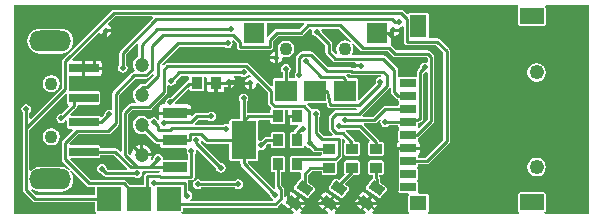
<source format=gtl>
G04 Layer_Physical_Order=1*
G04 Layer_Color=255*
%FSLAX44Y44*%
%MOMM*%
G71*
G01*
G75*
%ADD10R,1.0000X0.9000*%
G04:AMPARAMS|DCode=11|XSize=0.8mm|YSize=1.2mm|CornerRadius=0mm|HoleSize=0mm|Usage=FLASHONLY|Rotation=235.000|XOffset=0mm|YOffset=0mm|HoleType=Round|Shape=Rectangle|*
%AMROTATEDRECTD11*
4,1,4,-0.2621,0.6718,0.7209,-0.0165,0.2621,-0.6718,-0.7209,0.0165,-0.2621,0.6718,0.0*
%
%ADD11ROTATEDRECTD11*%

%ADD12R,0.9000X1.0000*%
%ADD13R,0.9500X1.0000*%
%ADD14R,2.1500X3.2500*%
%ADD15R,2.1500X0.9500*%
%ADD16R,1.9000X1.8000*%
%ADD17R,1.8000X1.7000*%
%ADD18R,2.0000X2.0000*%
%ADD19R,2.5001X0.8001*%
%ADD20R,1.4001X0.7000*%
%ADD21R,1.4001X1.9500*%
%ADD22R,1.4001X1.2799*%
%ADD23R,2.0000X1.4001*%
%ADD24C,0.2540*%
%ADD25C,1.1000*%
%ADD26C,1.2002*%
%ADD27O,3.5560X1.7780*%
%ADD28C,1.1001*%
%ADD29C,0.8001*%
%ADD30C,1.2499*%
%ADD31C,0.5000*%
G36*
X328751Y513760D02*
X328802Y513505D01*
X321828Y506531D01*
X318531D01*
X317441Y506314D01*
X316517Y505696D01*
X315899Y504772D01*
X315718Y503859D01*
X314736Y503453D01*
X313165Y502247D01*
X311958Y500675D01*
X311200Y498844D01*
X310942Y496880D01*
X311200Y494916D01*
X311958Y493085D01*
X313165Y491513D01*
X313785Y491037D01*
X313354Y489767D01*
X309880D01*
X309880Y489767D01*
X308790Y489550D01*
X307866Y488932D01*
X307866Y488932D01*
X302532Y483598D01*
X301914Y482674D01*
X301697Y481584D01*
X301697Y481584D01*
Y449227D01*
X300524Y448741D01*
X298382Y450883D01*
X297457Y451501D01*
X296367Y451718D01*
X296367Y451717D01*
X283670D01*
Y452869D01*
X283186Y454036D01*
X282020Y454519D01*
X257906D01*
X257380Y455789D01*
X265340Y463749D01*
X290335D01*
X290335Y463749D01*
X291425Y463966D01*
X292349Y464584D01*
X298686Y470921D01*
X298686Y470921D01*
X299304Y471845D01*
X299521Y472935D01*
Y496660D01*
X313497Y510636D01*
X322651D01*
X322651Y510636D01*
X323741Y510853D01*
X324665Y511470D01*
X327373Y514178D01*
X328751Y513760D01*
D02*
G37*
G36*
X371937Y456456D02*
X371937Y456456D01*
X372861Y455838D01*
X373951Y455621D01*
X373951Y455621D01*
X392521D01*
Y442220D01*
X393004Y441054D01*
X394170Y440570D01*
X402071D01*
Y438868D01*
X402071Y438868D01*
X402288Y437778D01*
X402906Y436853D01*
X427201Y412558D01*
X427189Y412496D01*
X427501Y410926D01*
X428391Y409595D01*
X429438Y408895D01*
X429840Y407783D01*
X429893Y407377D01*
X429585Y406963D01*
X360146D01*
X359761Y408233D01*
X360279Y408579D01*
X361169Y409910D01*
X361481Y411480D01*
X361169Y413050D01*
X360279Y414381D01*
X358948Y415271D01*
X358195Y415420D01*
Y421894D01*
X357978Y422984D01*
X357555Y423617D01*
X357913Y424623D01*
X358117Y424887D01*
X360680D01*
X361770Y425104D01*
X362694Y425722D01*
X363312Y426646D01*
X363529Y427736D01*
Y446644D01*
X363581Y446679D01*
X364470Y448010D01*
X364783Y449580D01*
X364662Y450187D01*
X365832Y450813D01*
X381482Y435164D01*
X381469Y435102D01*
X381782Y433532D01*
X382671Y432201D01*
X384002Y431311D01*
X385572Y430999D01*
X387142Y431311D01*
X388473Y432201D01*
X389362Y433532D01*
X389675Y435102D01*
X389362Y436672D01*
X388473Y438003D01*
X387142Y438893D01*
X385572Y439205D01*
X385510Y439193D01*
X368242Y456461D01*
X368535Y456900D01*
X368727Y457869D01*
X370073Y458319D01*
X371937Y456456D01*
D02*
G37*
G36*
X411292Y513050D02*
X410790Y512017D01*
X410683Y511862D01*
X408751Y511478D01*
X407084Y510364D01*
X405970Y508697D01*
X405832Y508000D01*
X410718D01*
Y506730D01*
X411988D01*
Y501844D01*
X412685Y501982D01*
X414352Y503096D01*
X415466Y504763D01*
X415850Y506695D01*
X416005Y506802D01*
X417038Y507304D01*
X425209Y499132D01*
Y490220D01*
X425209Y490220D01*
X425426Y489130D01*
X426043Y488206D01*
X428251Y485998D01*
X428044Y484956D01*
X427560Y483790D01*
Y481639D01*
X408730D01*
X408730Y481639D01*
X407769Y482428D01*
Y490978D01*
X407821Y491012D01*
X408711Y492344D01*
X409023Y493914D01*
X408711Y495484D01*
X407821Y496815D01*
X406490Y497704D01*
X404920Y498017D01*
X403350Y497704D01*
X402019Y496815D01*
X401130Y495484D01*
X400817Y493914D01*
X401130Y492344D01*
X402019Y491012D01*
X402071Y490978D01*
Y476370D01*
X394170D01*
X393004Y475886D01*
X392521Y474720D01*
Y472635D01*
X391401Y472037D01*
X391206Y472166D01*
X389636Y472479D01*
X388066Y472166D01*
X387360Y471695D01*
X364058D01*
X363532Y472965D01*
X366508Y475941D01*
X374508D01*
X374543Y475889D01*
X375874Y475000D01*
X377444Y474687D01*
X379014Y475000D01*
X380345Y475889D01*
X381235Y477220D01*
X381547Y478790D01*
X381235Y480360D01*
X380345Y481691D01*
X379014Y482580D01*
X377444Y482893D01*
X375874Y482580D01*
X374543Y481691D01*
X374508Y481639D01*
X365328D01*
X365328Y481639D01*
X364238Y481422D01*
X363314Y480804D01*
X363314Y480804D01*
X361433Y478923D01*
X360260Y479409D01*
Y480200D01*
X333580D01*
Y476720D01*
X333705Y476093D01*
X332509Y475597D01*
X331831Y476611D01*
X330500Y477500D01*
X328930Y477813D01*
X327360Y477500D01*
X326029Y476611D01*
X325866Y476368D01*
X324305Y476317D01*
X323898Y476847D01*
X322326Y478053D01*
X320496Y478811D01*
X318531Y479070D01*
X316567Y478811D01*
X314736Y478053D01*
X313165Y476847D01*
X311958Y475275D01*
X311200Y473444D01*
X310942Y471480D01*
X311200Y469515D01*
X311958Y467685D01*
X313165Y466113D01*
X314736Y464907D01*
X316567Y464149D01*
X318531Y463890D01*
X320496Y464149D01*
X321442Y464541D01*
X329527Y456456D01*
X329527Y456456D01*
X330451Y455838D01*
X331541Y455621D01*
X334520D01*
Y453720D01*
X335003Y452554D01*
X336170Y452070D01*
X356093D01*
X356820Y450800D01*
X356577Y449580D01*
X356889Y448010D01*
X357779Y446679D01*
X357831Y446644D01*
Y441977D01*
X357670Y441869D01*
X337289D01*
X336589Y442722D01*
X336277Y444292D01*
X335387Y445623D01*
X334056Y446512D01*
X332486Y446825D01*
X330916Y446512D01*
X329585Y445623D01*
X328695Y444292D01*
X328383Y442722D01*
X328396Y442660D01*
X327266Y441531D01*
X326189Y442250D01*
X326852Y443850D01*
X326978Y444810D01*
X318531D01*
Y446080D01*
X317261D01*
Y454527D01*
X316302Y454401D01*
X314224Y453540D01*
X312440Y452171D01*
X311071Y450387D01*
X310210Y448310D01*
X309947Y446308D01*
X308820Y445638D01*
X307395Y447064D01*
Y480404D01*
X311060Y484069D01*
X325120D01*
X325120Y484069D01*
X326210Y484286D01*
X327134Y484904D01*
X339501Y497270D01*
X340118Y498194D01*
X340335Y499284D01*
X340335Y499284D01*
Y504680D01*
X341605Y505359D01*
X341977Y505111D01*
X343547Y504798D01*
X345117Y505111D01*
X346448Y506000D01*
X347338Y507331D01*
X347650Y508901D01*
X347638Y508963D01*
X351700Y513025D01*
X358142D01*
X358991Y511755D01*
X358980Y511730D01*
Y510514D01*
X358648Y509325D01*
X357558Y509108D01*
X356634Y508490D01*
X356634Y508490D01*
X342708Y494565D01*
X342646Y494577D01*
X341076Y494264D01*
X339745Y493375D01*
X338856Y492044D01*
X338543Y490474D01*
X338621Y490080D01*
X337579Y488810D01*
X336170D01*
X335179Y488613D01*
X334339Y488051D01*
X333777Y487211D01*
X333580Y486220D01*
Y482740D01*
X360260D01*
Y486220D01*
X360062Y487211D01*
X359501Y488051D01*
X358661Y488613D01*
X357670Y488810D01*
X347713D01*
X346670Y490080D01*
X346749Y490474D01*
X346736Y490536D01*
X357807Y501606D01*
X359199Y501202D01*
X359464Y500564D01*
X360630Y500080D01*
X370130D01*
X371296Y500564D01*
X371780Y501730D01*
Y511730D01*
X372945Y512236D01*
X372955Y512236D01*
X373003Y512214D01*
X374040Y511159D01*
Y508000D01*
X381380D01*
Y506730D01*
X382650D01*
Y499140D01*
X386130D01*
X387121Y499337D01*
X387961Y499899D01*
X388523Y500739D01*
X388720Y501730D01*
Y503230D01*
X389990Y503908D01*
X390971Y503252D01*
X391668Y503114D01*
Y508000D01*
X392938D01*
Y509270D01*
X397824D01*
X397686Y509967D01*
X396572Y511634D01*
X396390Y511755D01*
X396775Y513025D01*
X401940D01*
X401975Y512973D01*
X403306Y512084D01*
X404876Y511771D01*
X406446Y512084D01*
X407777Y512973D01*
X408496Y514049D01*
X409892Y514450D01*
X411292Y513050D01*
D02*
G37*
G36*
X560777Y515602D02*
Y475906D01*
X553620Y468749D01*
X552543Y469468D01*
X552921Y470380D01*
Y473349D01*
X554998Y473931D01*
X555150Y474009D01*
X555318Y474042D01*
X555642Y474258D01*
X555989Y474435D01*
X556100Y474565D01*
X556242Y474660D01*
X556459Y474983D01*
X556712Y475279D01*
X556765Y475442D01*
X556860Y475584D01*
X556936Y475966D01*
X557057Y476336D01*
X557043Y476506D01*
X557077Y476674D01*
Y514948D01*
X558230Y516101D01*
X558292Y516089D01*
X559507Y516331D01*
X560777Y515602D01*
D02*
G37*
G36*
X272306Y419880D02*
X272306Y419880D01*
X273230Y419262D01*
X274320Y419045D01*
X274320Y419045D01*
X279110D01*
X279180Y418940D01*
Y411789D01*
X229526D01*
X224879Y416435D01*
X225718Y417392D01*
X227178Y416272D01*
X229712Y415223D01*
X232430Y414865D01*
X250210D01*
X252929Y415223D01*
X255462Y416272D01*
X257638Y417941D01*
X259307Y420117D01*
X260356Y422650D01*
X260714Y425369D01*
X260356Y428087D01*
X259307Y430621D01*
X257785Y432605D01*
X258741Y433444D01*
X272306Y419880D01*
D02*
G37*
G36*
X494702Y514274D02*
X494702Y514274D01*
X495627Y513656D01*
X496717Y513439D01*
X496717Y513439D01*
X521218D01*
X521316Y513275D01*
X520975Y512626D01*
X520555Y512074D01*
X519130Y511791D01*
X517799Y510901D01*
X516909Y509570D01*
X516597Y508000D01*
X516904Y506455D01*
X503013Y492564D01*
X501840Y493050D01*
Y509380D01*
X501357Y510546D01*
X500190Y511030D01*
X493442D01*
X493322Y511630D01*
X492705Y512554D01*
X492705Y512554D01*
X491952Y513307D01*
X492478Y514577D01*
X494399D01*
X494702Y514274D01*
D02*
G37*
G36*
X306558Y434649D02*
X306033Y433379D01*
X289978D01*
X289079Y434278D01*
X289091Y434340D01*
X288778Y435910D01*
X287889Y437241D01*
X286558Y438130D01*
X284988Y438443D01*
X283418Y438130D01*
X282087Y437241D01*
X281197Y435910D01*
X280885Y434340D01*
X281197Y432770D01*
X282087Y431439D01*
X283418Y430550D01*
X284988Y430237D01*
X285050Y430249D01*
X286784Y428516D01*
X287708Y427898D01*
X288798Y427681D01*
X288798Y427681D01*
X312024D01*
X312059Y427629D01*
X313390Y426740D01*
X314960Y426427D01*
X316530Y426740D01*
X317861Y427629D01*
X318750Y428960D01*
X319063Y430530D01*
X318874Y431477D01*
X319772Y432682D01*
X320471Y432629D01*
X320579Y432643D01*
X320687Y432621D01*
X334089D01*
X334140Y432323D01*
X333074Y431107D01*
X323422D01*
X322332Y430890D01*
X321407Y430273D01*
X320790Y429348D01*
X320573Y428258D01*
Y420590D01*
X308609D01*
X305290Y423908D01*
X304366Y424526D01*
X303276Y424743D01*
X303276Y424743D01*
X275500D01*
X258197Y442045D01*
X258683Y443219D01*
X282020D01*
X283186Y443702D01*
X283670Y444868D01*
Y446020D01*
X295187D01*
X306558Y434649D01*
D02*
G37*
G36*
X540327Y554617D02*
Y541980D01*
X540544Y540889D01*
X541162Y539965D01*
X542086Y539348D01*
X543176Y539131D01*
X567780D01*
X574112Y532799D01*
Y459015D01*
X558826Y443729D01*
X552921D01*
Y444381D01*
X552714Y444879D01*
X552441Y445551D01*
X553098Y446547D01*
X553103Y446550D01*
X553664Y447390D01*
X553861Y448381D01*
Y450611D01*
X544271D01*
X534681D01*
Y448381D01*
X534878Y447390D01*
X535440Y446550D01*
X535445Y446547D01*
X536102Y445551D01*
X535828Y444879D01*
X535621Y444381D01*
Y437380D01*
X536105Y436214D01*
X536458Y436068D01*
Y434693D01*
X536105Y434546D01*
X535621Y433380D01*
Y426380D01*
X536105Y425213D01*
X536455Y425068D01*
Y423693D01*
X536105Y423548D01*
X535621Y422382D01*
Y415381D01*
X536105Y414215D01*
X537271Y413732D01*
X544031D01*
X544645Y412462D01*
X544321Y411679D01*
Y398880D01*
X544804Y397714D01*
X545296Y397510D01*
X545044Y396240D01*
X514387D01*
X513784Y397510D01*
X515017Y399271D01*
X509021Y403469D01*
X505970Y399112D01*
X508257Y397510D01*
X507857Y396240D01*
X482637D01*
X482034Y397510D01*
X483267Y399271D01*
X477271Y403469D01*
X474220Y399112D01*
X476507Y397510D01*
X476107Y396240D01*
X453427D01*
X452824Y397510D01*
X454057Y399271D01*
X448061Y403469D01*
X445010Y399112D01*
X447297Y397510D01*
X446897Y396240D01*
X352413D01*
X352160Y397510D01*
X352796Y397774D01*
X353280Y398940D01*
Y401265D01*
X431800D01*
X431800Y401265D01*
X432890Y401482D01*
X433814Y402100D01*
X436720Y405006D01*
X437125Y404989D01*
X438122Y404612D01*
X438356Y404012D01*
X439054Y403282D01*
X442929Y400569D01*
X446709Y405967D01*
X450489Y411365D01*
X446614Y414078D01*
X445689Y414485D01*
X444679Y414507D01*
X443737Y414140D01*
X443007Y413442D01*
X440745Y410211D01*
X439475Y410611D01*
Y416942D01*
X439475Y416942D01*
X439258Y418032D01*
X438640Y418956D01*
X438640Y418956D01*
X436809Y420788D01*
Y431500D01*
X438460D01*
X439626Y431984D01*
X440110Y433150D01*
Y443150D01*
X439626Y444316D01*
X438460Y444800D01*
X429460D01*
X428294Y444316D01*
X427810Y443150D01*
Y433150D01*
X428294Y431984D01*
X429460Y431500D01*
X431111D01*
Y419608D01*
X431111Y419608D01*
X431328Y418518D01*
X431798Y417815D01*
X430811Y417006D01*
X408516Y439300D01*
X409042Y440570D01*
X415670D01*
X416837Y441054D01*
X417320Y442220D01*
Y449600D01*
X418590Y450302D01*
X419862Y450049D01*
X421432Y450362D01*
X422763Y451251D01*
X423652Y452582D01*
X423965Y454152D01*
X423952Y454214D01*
X425360Y455621D01*
X427810D01*
Y453470D01*
X428294Y452304D01*
X429460Y451820D01*
X438460D01*
X439626Y452304D01*
X440110Y453470D01*
Y463470D01*
X439626Y464636D01*
X438460Y465120D01*
X429460D01*
X428294Y464636D01*
X427810Y463470D01*
Y461319D01*
X424180D01*
X423090Y461102D01*
X422166Y460484D01*
X422166Y460484D01*
X419924Y458242D01*
X419862Y458255D01*
X418590Y458002D01*
X417320Y458704D01*
Y474720D01*
X418189Y475941D01*
X427560D01*
Y473790D01*
X428044Y472624D01*
X429210Y472140D01*
X438710D01*
X439876Y472624D01*
X440360Y473790D01*
Y483790D01*
X440671Y484256D01*
X442238D01*
X442620Y483790D01*
Y480060D01*
X449960D01*
Y477520D01*
X442620D01*
Y473790D01*
X442817Y472799D01*
X443379Y471959D01*
X444219Y471397D01*
X445210Y471200D01*
X450693D01*
X450773Y471050D01*
X451041Y469930D01*
X447946Y466834D01*
X447328Y465910D01*
X447171Y465120D01*
X445460D01*
X444294Y464636D01*
X443810Y463470D01*
Y453470D01*
X444294Y452304D01*
X445460Y451820D01*
X454460D01*
X455626Y452304D01*
X456080Y453399D01*
X456419Y453536D01*
X457380Y453740D01*
X457855Y453029D01*
X459186Y452140D01*
X460756Y451827D01*
X460818Y451839D01*
X463442Y449216D01*
X464366Y448598D01*
X465456Y448381D01*
X465456Y448381D01*
X466511D01*
X466512Y448381D01*
X466512Y448381D01*
X470870D01*
Y446730D01*
X470913Y446627D01*
X470208Y445571D01*
X449960D01*
X448870Y445354D01*
X448040Y444800D01*
X445460D01*
X444294Y444316D01*
X443810Y443150D01*
Y433150D01*
X444294Y431984D01*
X445460Y431500D01*
X452591D01*
X453642Y430276D01*
X453642Y430276D01*
Y427266D01*
X453584Y426064D01*
X452519Y425386D01*
Y425386D01*
X447930Y418833D01*
X447657Y417600D01*
X448335Y416535D01*
X458165Y409652D01*
X459398Y409379D01*
X460463Y410058D01*
Y410058D01*
X465051Y416611D01*
X465325Y417843D01*
X464646Y418908D01*
X459340Y422624D01*
Y429096D01*
X462625Y432381D01*
X470870D01*
Y430730D01*
X471354Y429564D01*
X472520Y429080D01*
X482520D01*
X483686Y429564D01*
X484170Y430730D01*
Y439730D01*
X483949Y440263D01*
X484614Y440708D01*
X487408Y443502D01*
X487408Y443502D01*
X488026Y444426D01*
X488243Y445516D01*
Y459194D01*
X488442Y459368D01*
X489435Y459798D01*
X490799Y458435D01*
X490501Y456937D01*
X490404Y456896D01*
X489920Y455730D01*
Y446730D01*
X490404Y445564D01*
X491570Y445080D01*
X501570D01*
X502736Y445564D01*
X503220Y446730D01*
Y455730D01*
X502736Y456896D01*
X501570Y457380D01*
X498875D01*
X498694Y458290D01*
X498076Y459214D01*
X491002Y466289D01*
X491374Y467439D01*
X491468Y467559D01*
X502502D01*
X511508Y458553D01*
X511180Y457085D01*
X510724Y456896D01*
X510240Y455730D01*
Y446730D01*
X510724Y445564D01*
X511890Y445080D01*
X521890D01*
X523056Y445564D01*
X523540Y446730D01*
Y455730D01*
X523056Y456896D01*
X521890Y457380D01*
X519703D01*
X519522Y458290D01*
X518904Y459214D01*
X506496Y471623D01*
X507021Y472893D01*
X515620D01*
X515620Y472893D01*
X516710Y473110D01*
X517634Y473728D01*
X519882Y475975D01*
X520321Y475764D01*
X520929Y475226D01*
X520661Y473880D01*
X520974Y472310D01*
X521863Y470979D01*
X523194Y470090D01*
X524764Y469777D01*
X526334Y470090D01*
X527665Y470979D01*
X527700Y471031D01*
X535621D01*
Y470380D01*
X536105Y469214D01*
X536455Y469068D01*
Y467694D01*
X536105Y467548D01*
X535621Y466382D01*
Y459382D01*
X535828Y458883D01*
X536102Y458211D01*
X535445Y457216D01*
X535440Y457213D01*
X534878Y456372D01*
X534681Y455381D01*
Y453151D01*
X544271D01*
X553861D01*
Y455381D01*
X553664Y456372D01*
X553103Y457213D01*
X553098Y457216D01*
X552441Y458211D01*
X552714Y458883D01*
X552921Y459382D01*
Y460283D01*
X553796Y460868D01*
X565640Y472712D01*
X565640Y472712D01*
X566258Y473636D01*
X566475Y474726D01*
X566475Y474726D01*
Y529220D01*
X566475Y529220D01*
X566258Y530310D01*
X565640Y531235D01*
X565640Y531235D01*
X563041Y533834D01*
X562117Y534451D01*
X561027Y534668D01*
X561026Y534668D01*
X534196D01*
X530203Y538661D01*
X530148Y538716D01*
X530147Y538717D01*
X529224Y539334D01*
X529280Y540379D01*
X529280Y540380D01*
X529280Y540593D01*
Y545416D01*
X530098Y546087D01*
Y551434D01*
X531368D01*
Y552704D01*
X536254D01*
X536144Y553259D01*
X536377Y553755D01*
X536918Y554486D01*
X538272Y554756D01*
X539057Y555280D01*
X540327Y554617D01*
D02*
G37*
G36*
X255369Y497473D02*
Y490139D01*
X255852Y488972D01*
X256367Y488759D01*
X256719Y487316D01*
X250506Y481102D01*
X250444Y481115D01*
X248874Y480802D01*
X247543Y479913D01*
X246653Y478582D01*
X246341Y477012D01*
X246653Y475442D01*
X247543Y474111D01*
X248874Y473222D01*
X250444Y472909D01*
X252014Y473222D01*
X253345Y474111D01*
X254099Y475239D01*
X254998Y475163D01*
X255369Y475028D01*
Y469600D01*
X255852Y468434D01*
X257019Y467951D01*
X259825D01*
X260311Y466777D01*
X251986Y458452D01*
X251368Y457528D01*
X251151Y456438D01*
X251151Y456438D01*
Y442214D01*
X251151Y442214D01*
X251368Y441124D01*
X251986Y440200D01*
X258285Y433900D01*
X257446Y432943D01*
X255462Y434465D01*
X252929Y435515D01*
X250210Y435873D01*
X232430D01*
X229712Y435515D01*
X227178Y434465D01*
X225003Y432796D01*
X224777Y432502D01*
X223575Y432910D01*
Y467474D01*
X254099Y497999D01*
X255369Y497473D01*
D02*
G37*
G36*
X529550Y502942D02*
X529789Y502850D01*
Y499184D01*
X529789Y499184D01*
X530006Y498093D01*
X530624Y497169D01*
X533926Y493867D01*
X533926Y493867D01*
X534850Y493250D01*
X535621Y493096D01*
Y492382D01*
X536105Y491215D01*
X536458Y491069D01*
Y489694D01*
X536105Y489548D01*
X535621Y488381D01*
Y487730D01*
X524759D01*
X524759Y487730D01*
X523669Y487513D01*
X522744Y486895D01*
X514440Y478591D01*
X506078D01*
X505552Y479861D01*
X528048Y502357D01*
X528048Y502357D01*
X528519Y503062D01*
X529550Y502942D01*
D02*
G37*
G36*
X475496Y487849D02*
X475599Y487609D01*
X475650Y487352D01*
X475816Y487103D01*
X475935Y486828D01*
X476122Y486645D01*
X476268Y486428D01*
X476516Y486261D01*
X476731Y486053D01*
X476974Y485956D01*
X477192Y485810D01*
X477485Y485752D01*
X477763Y485641D01*
X478025Y485644D01*
X478282Y485593D01*
X500351D01*
X501020Y484323D01*
X500748Y483925D01*
X483362D01*
X483362Y483925D01*
X482272Y483708D01*
X481348Y483090D01*
X481348Y483090D01*
X477792Y479534D01*
X477174Y478610D01*
X476957Y477520D01*
X476957Y477520D01*
Y468122D01*
X476957Y468122D01*
X477174Y467032D01*
X477792Y466108D01*
X480499Y463400D01*
X479973Y462131D01*
X472594D01*
X468685Y466040D01*
Y477886D01*
X468737Y477921D01*
X469627Y479252D01*
X469939Y480822D01*
X469627Y482392D01*
X468737Y483723D01*
X467406Y484613D01*
X465836Y484925D01*
X464266Y484613D01*
X464233Y484591D01*
X462556Y484829D01*
X462556Y484829D01*
X458924Y488460D01*
X459450Y489730D01*
X475095D01*
X475496Y487849D01*
D02*
G37*
G36*
X503700Y534688D02*
X503700Y534688D01*
X504624Y534070D01*
X505714Y533853D01*
X505714Y533853D01*
X526954D01*
X531002Y529805D01*
X531002Y529805D01*
X531926Y529188D01*
X533016Y528971D01*
X533016Y528971D01*
X559847D01*
X560777Y528040D01*
Y524782D01*
X559507Y524053D01*
X558292Y524295D01*
X556722Y523983D01*
X555391Y523093D01*
X554501Y521762D01*
X554189Y520192D01*
X554202Y520130D01*
X552214Y518142D01*
X551596Y517218D01*
X551379Y516128D01*
X551379Y516128D01*
Y512102D01*
X551271Y512030D01*
X537271D01*
X536757Y511817D01*
X535487Y512588D01*
Y518188D01*
X535487Y518188D01*
X535270Y519278D01*
X534652Y520202D01*
X525254Y529600D01*
X524330Y530218D01*
X523240Y530435D01*
X523240Y530435D01*
X497178D01*
X496499Y531705D01*
X497243Y532818D01*
X497307Y533139D01*
X497489Y533412D01*
X497916Y535558D01*
X497852Y535880D01*
X497916Y536202D01*
X497489Y538348D01*
X497307Y538621D01*
X497243Y538942D01*
X496426Y540166D01*
X497412Y540975D01*
X503700Y534688D01*
D02*
G37*
G36*
X495785Y542602D02*
X494976Y541615D01*
X493753Y542433D01*
X493431Y542496D01*
X493158Y542679D01*
X491012Y543106D01*
X490846Y543073D01*
X490690Y543137D01*
X490534Y543073D01*
X490369Y543106D01*
X488223Y542679D01*
X487950Y542496D01*
X487628Y542433D01*
X485809Y541217D01*
X485626Y540944D01*
X485354Y540762D01*
X484138Y538942D01*
X484074Y538621D01*
X483892Y538348D01*
X483465Y536202D01*
X483529Y535880D01*
X483465Y535558D01*
X483892Y533412D01*
X484074Y533139D01*
X484138Y532818D01*
X484312Y532557D01*
X483702Y531184D01*
X483117Y531098D01*
X479773Y534441D01*
Y540306D01*
X479773Y540306D01*
X479557Y541396D01*
X478939Y542320D01*
X478939Y542320D01*
X470923Y550336D01*
X470935Y550398D01*
X470701Y551574D01*
X471449Y552844D01*
X485543D01*
X495785Y542602D01*
D02*
G37*
G36*
X328080Y562047D02*
X300500Y534466D01*
X299882Y533542D01*
X299665Y532452D01*
X299665Y532452D01*
Y522620D01*
X299613Y522585D01*
X298724Y521254D01*
X298411Y519684D01*
X298724Y518114D01*
X299613Y516783D01*
X300944Y515894D01*
X302514Y515581D01*
X304084Y515894D01*
X305415Y516783D01*
X306304Y518114D01*
X306617Y519684D01*
X306304Y521254D01*
X305415Y522585D01*
X305363Y522620D01*
Y531272D01*
X314583Y540492D01*
X315753Y539866D01*
X315683Y539511D01*
X315683Y539511D01*
Y529245D01*
X314736Y528853D01*
X313165Y527647D01*
X311958Y526075D01*
X311200Y524244D01*
X310942Y522280D01*
X311200Y520316D01*
X311958Y518485D01*
X312635Y517604D01*
X312480Y516986D01*
X312049Y516280D01*
X311227Y516117D01*
X310303Y515499D01*
X310303Y515499D01*
X294658Y499854D01*
X294040Y498930D01*
X293823Y497840D01*
X293823Y497840D01*
Y484790D01*
X292553Y484146D01*
X291193Y484417D01*
X289623Y484104D01*
X288292Y483215D01*
X287403Y481884D01*
X287090Y480314D01*
X287103Y480252D01*
X284843Y477992D01*
X283373Y478318D01*
X283186Y478768D01*
X282020Y479251D01*
X258508D01*
X257982Y480521D01*
X263126Y485666D01*
X263126Y485666D01*
X263744Y486590D01*
X263961Y487680D01*
X264831Y488489D01*
X282020D01*
X283186Y488972D01*
X283670Y490139D01*
Y498140D01*
X283186Y499306D01*
X282020Y499789D01*
X257458D01*
X256896Y500503D01*
X256703Y500811D01*
X256657Y500963D01*
X256849Y501928D01*
X256849Y501928D01*
Y512649D01*
X257019Y512789D01*
X268249D01*
Y519379D01*
Y525970D01*
X260386D01*
X259900Y527143D01*
X282072Y549315D01*
X283480Y548927D01*
X284402Y547546D01*
X286070Y546432D01*
X286766Y546294D01*
Y551180D01*
X288036D01*
Y552450D01*
X292922D01*
X292784Y553147D01*
X291670Y554814D01*
X290289Y555736D01*
X289901Y557144D01*
X296074Y563317D01*
X327554D01*
X328080Y562047D01*
D02*
G37*
G36*
X462963Y551574D02*
X462729Y550398D01*
X463042Y548828D01*
X463931Y547497D01*
X465262Y546608D01*
X466832Y546295D01*
X466894Y546308D01*
X474076Y539126D01*
Y533261D01*
X474076Y533261D01*
X474293Y532171D01*
X474910Y531247D01*
X480586Y525572D01*
X480586Y525572D01*
X481510Y524954D01*
X482600Y524737D01*
X482600Y524737D01*
X499244D01*
X499908Y523467D01*
X499812Y522986D01*
X504698D01*
Y520446D01*
X499812D01*
X499820Y520407D01*
X499085Y519335D01*
X497775Y519258D01*
X497593Y519440D01*
X496669Y520058D01*
X495579Y520275D01*
X495579Y520275D01*
X476640D01*
X464040Y532874D01*
X463116Y533492D01*
X462026Y533709D01*
X462026Y533709D01*
X454660D01*
X453570Y533492D01*
X452646Y532874D01*
X452646Y532874D01*
X450106Y530334D01*
X449488Y529410D01*
X449271Y528320D01*
X449271Y528320D01*
Y516524D01*
X449219Y516489D01*
X448330Y515158D01*
X448017Y513588D01*
X448273Y512300D01*
X447579Y511030D01*
X443539D01*
Y515946D01*
X443591Y515981D01*
X444481Y517312D01*
X444793Y518882D01*
X444481Y520452D01*
X443591Y521783D01*
X442260Y522673D01*
X440690Y522985D01*
X439120Y522673D01*
X437789Y521783D01*
X436899Y520452D01*
X436587Y518882D01*
X436899Y517312D01*
X437789Y515981D01*
X437841Y515946D01*
Y511030D01*
X431190D01*
X430024Y510546D01*
X429540Y509380D01*
Y504518D01*
X428367Y504032D01*
X409176Y523222D01*
X408252Y523840D01*
X407162Y524057D01*
X407162Y524057D01*
X340360D01*
X340360Y524057D01*
X339270Y523840D01*
X338346Y523222D01*
X338346Y523222D01*
X337131Y522008D01*
X335784Y522457D01*
X335691Y523101D01*
X350253Y537663D01*
X388478D01*
X388513Y537611D01*
X389844Y536721D01*
X391414Y536409D01*
X392984Y536721D01*
X394315Y537611D01*
X395205Y538942D01*
X395517Y540512D01*
X395205Y542082D01*
X395114Y542217D01*
X395640Y543716D01*
X395649Y543719D01*
X395917Y543664D01*
X398979Y540602D01*
Y537464D01*
X399196Y536374D01*
X399814Y535450D01*
X400738Y534832D01*
X401828Y534615D01*
X426720D01*
X426720Y534615D01*
X427810Y534832D01*
X428734Y535450D01*
X428889Y535605D01*
X428889Y535605D01*
X429507Y536529D01*
X429724Y537619D01*
X429724Y537619D01*
Y542380D01*
X434215Y546871D01*
X453454D01*
X453454Y546871D01*
X454544Y547088D01*
X455468Y547706D01*
X460606Y552844D01*
X462215D01*
X462963Y551574D01*
D02*
G37*
G36*
X697230Y396240D02*
X659894D01*
X659641Y397510D01*
X660136Y397715D01*
X660620Y398882D01*
Y412882D01*
X660136Y414049D01*
X658970Y414532D01*
X638970D01*
X637804Y414049D01*
X637320Y412882D01*
Y398882D01*
X637804Y397715D01*
X638299Y397510D01*
X638046Y396240D01*
X560898D01*
X560645Y397510D01*
X561137Y397714D01*
X561620Y398880D01*
Y411679D01*
X561137Y412846D01*
X559971Y413329D01*
X553211D01*
X552597Y414599D01*
X552921Y415381D01*
Y422382D01*
X552438Y423548D01*
X552087Y423693D01*
Y425068D01*
X552438Y425213D01*
X552921Y426380D01*
Y433380D01*
X552438Y434546D01*
X552084Y434693D01*
Y436068D01*
X552438Y436214D01*
X552921Y437380D01*
Y438032D01*
X560006D01*
X560006Y438032D01*
X561097Y438249D01*
X562021Y438866D01*
X578975Y455821D01*
X578975Y455821D01*
X579593Y456745D01*
X579810Y457835D01*
X579810Y457835D01*
Y533979D01*
X579593Y535069D01*
X578975Y535993D01*
X578975Y535993D01*
X570974Y543994D01*
X570050Y544612D01*
X568960Y544828D01*
X568960Y544828D01*
X561989D01*
X561620Y545380D01*
Y564879D01*
X561137Y566046D01*
X559971Y566529D01*
X545970D01*
X544804Y566046D01*
X544693Y565778D01*
X543195Y565480D01*
X540494Y568180D01*
X539570Y568798D01*
X538480Y569015D01*
X538480Y569015D01*
X294894D01*
X294894Y569015D01*
X293804Y568798D01*
X292880Y568180D01*
X292880Y568180D01*
X251986Y527286D01*
X251368Y526362D01*
X251151Y525272D01*
X251151Y525272D01*
Y503108D01*
X224748Y476705D01*
X223575Y477191D01*
Y481950D01*
X223627Y481985D01*
X224517Y483316D01*
X224829Y484886D01*
X224517Y486456D01*
X223627Y487787D01*
X222296Y488676D01*
X220726Y488989D01*
X219156Y488676D01*
X217825Y487787D01*
X216936Y486456D01*
X216623Y484886D01*
X216936Y483316D01*
X217825Y481985D01*
X217877Y481950D01*
Y468655D01*
X217877Y468654D01*
X217877Y468654D01*
Y416560D01*
X217877Y416560D01*
X218094Y415470D01*
X218712Y414546D01*
X226332Y406926D01*
X227256Y406308D01*
X228346Y406091D01*
X228346Y406091D01*
X279180D01*
Y398940D01*
X279664Y397774D01*
X280300Y397510D01*
X280047Y396240D01*
X210820D01*
Y572770D01*
X636868D01*
X637577Y571500D01*
X637320Y570880D01*
Y556880D01*
X637804Y555713D01*
X638970Y555230D01*
X658970D01*
X660136Y555713D01*
X660620Y556880D01*
Y570880D01*
X660363Y571500D01*
X661072Y572770D01*
X697230D01*
Y396240D01*
D02*
G37*
G36*
X456379Y556674D02*
X452274Y552569D01*
X433035D01*
X433035Y552569D01*
X431945Y552352D01*
X431021Y551734D01*
X425610Y546324D01*
X424340Y546850D01*
Y557380D01*
X424717Y557944D01*
X455853D01*
X456379Y556674D01*
D02*
G37*
%LPC*%
G36*
X400304Y425489D02*
X398734Y425177D01*
X397403Y424287D01*
X397368Y424235D01*
X369204D01*
X369169Y424287D01*
X367838Y425177D01*
X366268Y425489D01*
X364698Y425177D01*
X363367Y424287D01*
X362477Y422956D01*
X362165Y421386D01*
X362477Y419816D01*
X363367Y418485D01*
X364698Y417595D01*
X366268Y417283D01*
X367838Y417595D01*
X369169Y418485D01*
X369204Y418537D01*
X397368D01*
X397403Y418485D01*
X398734Y417595D01*
X400304Y417283D01*
X401874Y417595D01*
X403205Y418485D01*
X404095Y419816D01*
X404407Y421386D01*
X404095Y422956D01*
X403205Y424287D01*
X401874Y425177D01*
X400304Y425489D01*
D02*
G37*
G36*
X380110Y505460D02*
X374040D01*
Y501730D01*
X374237Y500739D01*
X374799Y499899D01*
X375639Y499337D01*
X376630Y499140D01*
X380110D01*
Y505460D01*
D02*
G37*
G36*
X319801Y454527D02*
Y447350D01*
X326978D01*
X326852Y448310D01*
X325992Y450387D01*
X324623Y452171D01*
X322839Y453540D01*
X320761Y454401D01*
X319801Y454527D01*
D02*
G37*
G36*
X409448Y505460D02*
X405832D01*
X405970Y504763D01*
X407084Y503096D01*
X408751Y501982D01*
X409448Y501844D01*
Y505460D01*
D02*
G37*
G36*
X397824Y506730D02*
X394208D01*
Y503114D01*
X394905Y503252D01*
X396572Y504366D01*
X397686Y506034D01*
X397824Y506730D01*
D02*
G37*
G36*
X500944Y409125D02*
X499379Y406889D01*
X498972Y405964D01*
X498950Y404953D01*
X499316Y404012D01*
X500014Y403282D01*
X503889Y400569D01*
X506940Y404926D01*
X500944Y409125D01*
D02*
G37*
G36*
X469194D02*
X467629Y406889D01*
X467222Y405964D01*
X467200Y404953D01*
X467566Y404012D01*
X468265Y403282D01*
X472139Y400569D01*
X475190Y404926D01*
X469194Y409125D01*
D02*
G37*
G36*
X452569Y409908D02*
X449518Y405550D01*
X455514Y401352D01*
X457080Y403588D01*
X457487Y404513D01*
X457509Y405523D01*
X457142Y406465D01*
X456444Y407195D01*
X452569Y409908D01*
D02*
G37*
G36*
X513529D02*
X510478Y405550D01*
X516474Y401352D01*
X518040Y403588D01*
X518447Y404513D01*
X518469Y405523D01*
X518102Y406465D01*
X517404Y407195D01*
X513529Y409908D01*
D02*
G37*
G36*
X505639Y414507D02*
X504697Y414140D01*
X503967Y413442D01*
X502401Y411205D01*
X508397Y407007D01*
X511449Y411365D01*
X507574Y414078D01*
X506649Y414485D01*
X505639Y414507D01*
D02*
G37*
G36*
X473889D02*
X472947Y414140D01*
X472217Y413442D01*
X470651Y411205D01*
X476647Y407007D01*
X479699Y411365D01*
X475824Y414078D01*
X474899Y414485D01*
X473889Y414507D01*
D02*
G37*
G36*
X521890Y441380D02*
X511890D01*
X510724Y440896D01*
X510240Y439730D01*
Y430730D01*
X510724Y429564D01*
X511890Y429080D01*
X514041D01*
Y426519D01*
X514041Y426519D01*
X514178Y425831D01*
X513479Y425386D01*
Y425386D01*
X508890Y418833D01*
X508617Y417600D01*
X509296Y416535D01*
X519125Y409652D01*
X520358Y409379D01*
X521423Y410058D01*
Y410058D01*
X526011Y416611D01*
X526284Y417843D01*
X525606Y418908D01*
X520300Y422624D01*
Y425958D01*
X520300Y425958D01*
X520083Y427048D01*
X519739Y427563D01*
Y429080D01*
X521890D01*
X523056Y429564D01*
X523540Y430730D01*
Y439730D01*
X523056Y440896D01*
X521890Y441380D01*
D02*
G37*
G36*
X501570D02*
X491570D01*
X490404Y440896D01*
X489920Y439730D01*
Y430730D01*
X490390Y429596D01*
X485531Y424737D01*
X484026Y425791D01*
X482794Y426064D01*
X481729Y425386D01*
Y425386D01*
X477140Y418833D01*
X476867Y417600D01*
X477546Y416535D01*
X487375Y409652D01*
X488608Y409379D01*
X489673Y410058D01*
Y410058D01*
X494261Y416611D01*
X494534Y417843D01*
X493856Y418908D01*
X491080Y420852D01*
X490969Y422118D01*
X497932Y429080D01*
X501570D01*
X502736Y429564D01*
X503220Y430730D01*
Y439730D01*
X502736Y440896D01*
X501570Y441380D01*
D02*
G37*
G36*
X481779Y409908D02*
X478728Y405550D01*
X484724Y401352D01*
X486290Y403588D01*
X486697Y404513D01*
X486719Y405523D01*
X486353Y406465D01*
X485654Y407195D01*
X481779Y409908D01*
D02*
G37*
G36*
X536254Y550164D02*
X532638D01*
Y546548D01*
X533335Y546686D01*
X535002Y547800D01*
X536116Y549468D01*
X536254Y550164D01*
D02*
G37*
G36*
X242019Y468628D02*
X241863Y468564D01*
X241697Y468597D01*
X239551Y468170D01*
X239278Y467988D01*
X238956Y467924D01*
X237137Y466708D01*
X236954Y466435D01*
X236682Y466253D01*
X235466Y464433D01*
X235402Y464112D01*
X235220Y463839D01*
X234793Y461693D01*
X234857Y461371D01*
X234793Y461049D01*
X235220Y458903D01*
X235402Y458630D01*
X235466Y458308D01*
X236682Y456489D01*
X236954Y456306D01*
X237137Y456034D01*
X238956Y454818D01*
X239278Y454754D01*
X239551Y454572D01*
X241697Y454145D01*
X241863Y454178D01*
X242019Y454113D01*
X242175Y454178D01*
X242341Y454145D01*
X244487Y454572D01*
X244760Y454754D01*
X245081Y454818D01*
X246901Y456034D01*
X247083Y456306D01*
X247356Y456489D01*
X248572Y458308D01*
X248636Y458630D01*
X248818Y458903D01*
X249245Y461049D01*
X249181Y461371D01*
X249245Y461693D01*
X248818Y463839D01*
X248636Y464112D01*
X248572Y464433D01*
X247356Y466253D01*
X247083Y466435D01*
X246901Y466708D01*
X245081Y467924D01*
X244760Y467988D01*
X244487Y468170D01*
X242341Y468597D01*
X242175Y468564D01*
X242019Y468628D01*
D02*
G37*
G36*
X282020Y525970D02*
X270789D01*
Y520649D01*
X284610D01*
Y523380D01*
X284413Y524371D01*
X283851Y525211D01*
X283011Y525772D01*
X282020Y525970D01*
D02*
G37*
G36*
X292922Y549910D02*
X289306D01*
Y546294D01*
X290002Y546432D01*
X291670Y547546D01*
X292784Y549213D01*
X292922Y549910D01*
D02*
G37*
G36*
X284610Y518109D02*
X270789D01*
Y512789D01*
X282020D01*
X283011Y512986D01*
X283851Y513548D01*
X284413Y514388D01*
X284610Y515379D01*
Y518109D01*
D02*
G37*
G36*
X431126Y527138D02*
X427510D01*
X427648Y526441D01*
X428762Y524774D01*
X430429Y523660D01*
X431126Y523522D01*
Y527138D01*
D02*
G37*
G36*
X440690Y543137D02*
X440534Y543073D01*
X440368Y543106D01*
X438222Y542679D01*
X437949Y542496D01*
X437627Y542433D01*
X435808Y541217D01*
X435626Y540944D01*
X435353Y540762D01*
X434138Y538942D01*
X434074Y538621D01*
X433891Y538348D01*
X433464Y536202D01*
X433528Y535880D01*
X433464Y535558D01*
X433657Y534591D01*
X432577Y533511D01*
X432396Y533547D01*
X430429Y533155D01*
X428762Y532042D01*
X427648Y530374D01*
X427510Y529678D01*
X432396D01*
Y528408D01*
X433666D01*
Y523522D01*
X434362Y523660D01*
X436030Y524774D01*
X437143Y526441D01*
X437465Y528060D01*
X437610Y528255D01*
X438341Y528801D01*
X438715Y528983D01*
X440368Y528654D01*
X440534Y528687D01*
X440690Y528623D01*
X440846Y528687D01*
X441012Y528654D01*
X443158Y529081D01*
X443431Y529264D01*
X443753Y529328D01*
X445572Y530543D01*
X445754Y530816D01*
X446027Y530998D01*
X447242Y532818D01*
X447306Y533139D01*
X447489Y533412D01*
X447916Y535558D01*
X447852Y535880D01*
X447916Y536202D01*
X447489Y538348D01*
X447306Y538621D01*
X447242Y538942D01*
X446027Y540762D01*
X445754Y540944D01*
X445572Y541217D01*
X443753Y542433D01*
X443431Y542496D01*
X443158Y542679D01*
X441012Y543106D01*
X440846Y543073D01*
X440690Y543137D01*
D02*
G37*
G36*
X653292Y443872D02*
X652971Y443808D01*
X652649Y443872D01*
X650210Y443387D01*
X649937Y443204D01*
X649615Y443140D01*
X647548Y441759D01*
X647366Y441486D01*
X647093Y441304D01*
X645712Y439237D01*
X645648Y438915D01*
X645466Y438642D01*
X644980Y436204D01*
X645014Y436038D01*
X644949Y435882D01*
X645014Y435726D01*
X644980Y435560D01*
X645466Y433121D01*
X645648Y432849D01*
X645712Y432527D01*
X647093Y430460D01*
X647366Y430277D01*
X647548Y430004D01*
X649615Y428623D01*
X649937Y428559D01*
X650210Y428377D01*
X652649Y427892D01*
X652971Y427956D01*
X653292Y427892D01*
X655731Y428377D01*
X656004Y428559D01*
X656326Y428623D01*
X658393Y430004D01*
X658575Y430277D01*
X658848Y430460D01*
X660229Y432527D01*
X660293Y432849D01*
X660475Y433121D01*
X660960Y435560D01*
X660928Y435726D01*
X660992Y435882D01*
X660928Y436038D01*
X660960Y436204D01*
X660475Y438642D01*
X660293Y438915D01*
X660229Y439237D01*
X658848Y441304D01*
X658575Y441486D01*
X658393Y441759D01*
X656326Y443140D01*
X656004Y443204D01*
X655731Y443387D01*
X653292Y443872D01*
D02*
G37*
G36*
Y523872D02*
X652971Y523808D01*
X652649Y523872D01*
X650210Y523387D01*
X649937Y523204D01*
X649615Y523140D01*
X647548Y521759D01*
X647366Y521486D01*
X647093Y521304D01*
X645712Y519237D01*
X645648Y518915D01*
X645466Y518642D01*
X644980Y516203D01*
X645014Y516038D01*
X644949Y515882D01*
X645014Y515726D01*
X644980Y515560D01*
X645466Y513121D01*
X645648Y512849D01*
X645712Y512527D01*
X647093Y510459D01*
X647366Y510277D01*
X647548Y510004D01*
X649615Y508623D01*
X649937Y508559D01*
X650210Y508377D01*
X652649Y507892D01*
X652971Y507956D01*
X653292Y507892D01*
X655731Y508377D01*
X656004Y508559D01*
X656326Y508623D01*
X658393Y510004D01*
X658575Y510277D01*
X658848Y510459D01*
X660229Y512527D01*
X660293Y512849D01*
X660475Y513121D01*
X660960Y515560D01*
X660928Y515726D01*
X660992Y515882D01*
X660928Y516038D01*
X660960Y516203D01*
X660475Y518642D01*
X660293Y518915D01*
X660229Y519237D01*
X658848Y521304D01*
X658575Y521486D01*
X658393Y521759D01*
X656326Y523140D01*
X656004Y523204D01*
X655731Y523387D01*
X653292Y523872D01*
D02*
G37*
G36*
X250210Y552875D02*
X232430D01*
X229712Y552517D01*
X227178Y551468D01*
X225003Y549799D01*
X223334Y547623D01*
X222284Y545090D01*
X221926Y542371D01*
X222284Y539653D01*
X223334Y537119D01*
X225003Y534944D01*
X227178Y533275D01*
X229712Y532225D01*
X232430Y531867D01*
X250210D01*
X252929Y532225D01*
X255462Y533275D01*
X257638Y534944D01*
X259307Y537119D01*
X260356Y539653D01*
X260714Y542371D01*
X260356Y545090D01*
X259307Y547623D01*
X257638Y549799D01*
X255462Y551468D01*
X252929Y552517D01*
X250210Y552875D01*
D02*
G37*
G36*
X242019Y513627D02*
X241863Y513562D01*
X241697Y513595D01*
X239551Y513168D01*
X239278Y512986D01*
X238956Y512922D01*
X237137Y511706D01*
X236954Y511434D01*
X236682Y511251D01*
X235466Y509432D01*
X235402Y509110D01*
X235220Y508837D01*
X234793Y506691D01*
X234857Y506369D01*
X234793Y506048D01*
X235220Y503901D01*
X235402Y503629D01*
X235466Y503307D01*
X236682Y501487D01*
X236954Y501305D01*
X237137Y501032D01*
X238956Y499817D01*
X239278Y499753D01*
X239551Y499570D01*
X241697Y499143D01*
X241863Y499176D01*
X242019Y499112D01*
X242175Y499176D01*
X242341Y499143D01*
X244487Y499570D01*
X244760Y499753D01*
X245081Y499817D01*
X246901Y501032D01*
X247083Y501305D01*
X247356Y501487D01*
X248572Y503307D01*
X248636Y503629D01*
X248818Y503901D01*
X249245Y506048D01*
X249181Y506369D01*
X249245Y506691D01*
X248818Y508837D01*
X248636Y509110D01*
X248572Y509432D01*
X247356Y511251D01*
X247083Y511434D01*
X246901Y511706D01*
X245081Y512922D01*
X244760Y512986D01*
X244487Y513168D01*
X242341Y513595D01*
X242175Y513562D01*
X242019Y513627D01*
D02*
G37*
%LPD*%
D10*
X516890Y435230D02*
D03*
Y451230D02*
D03*
X496570Y435230D02*
D03*
Y451230D02*
D03*
X477520Y435230D02*
D03*
Y451230D02*
D03*
D11*
X517451Y417722D02*
D03*
X508709Y405238D02*
D03*
X485701Y417722D02*
D03*
X476959Y405238D02*
D03*
X456491Y417722D02*
D03*
X447749Y405238D02*
D03*
D12*
X433960Y458470D02*
D03*
X449960D02*
D03*
Y438150D02*
D03*
X433960D02*
D03*
D13*
X449960Y478790D02*
D03*
X433960D02*
D03*
X381380Y506730D02*
D03*
X365380D02*
D03*
D14*
X404920Y458470D02*
D03*
D15*
X346920Y435470D02*
D03*
Y458470D02*
D03*
Y481470D02*
D03*
D16*
X440690Y500380D02*
D03*
X490690D02*
D03*
X465690D02*
D03*
D17*
X413690Y548880D02*
D03*
X517690D02*
D03*
D18*
X341630Y408940D02*
D03*
X316230D02*
D03*
X290830D02*
D03*
D19*
X269519Y494139D02*
D03*
Y473601D02*
D03*
Y519379D02*
D03*
Y448869D02*
D03*
D20*
X544271Y418882D02*
D03*
Y429880D02*
D03*
Y440881D02*
D03*
Y451881D02*
D03*
Y462882D02*
D03*
Y473880D02*
D03*
Y484881D02*
D03*
Y495882D02*
D03*
Y506880D02*
D03*
D21*
X552971Y555130D02*
D03*
D22*
Y405280D02*
D03*
D23*
X648970Y405882D02*
D03*
Y563880D02*
D03*
D24*
X351954Y481470D02*
Y484269D01*
X442468Y405238D02*
Y478790D01*
X278130Y519379D02*
Y541274D01*
X391668Y506730D02*
X410718D01*
X485701Y417722D02*
Y420878D01*
X496570Y431747D01*
Y435230D01*
X517451Y417722D02*
Y425958D01*
X516890Y426519D02*
X517451Y425958D01*
X516890Y426519D02*
Y435230D01*
X456491Y417722D02*
Y430276D01*
X461445Y435230D01*
X477520D01*
X318531Y471480D02*
X331541Y458470D01*
X346920D01*
X440690Y500380D02*
Y518882D01*
X408730Y478790D02*
X433960D01*
X404920Y474980D02*
X408730Y478790D01*
X404920Y458470D02*
Y474980D01*
X424180Y458470D02*
X433960D01*
X419862Y454152D02*
X424180Y458470D01*
X524764Y473880D02*
X544271D01*
X343547Y508901D02*
X350520Y515874D01*
X404876D01*
X366268Y421386D02*
X400304D01*
X449960Y458470D02*
Y464820D01*
X453516Y468376D01*
X454914D01*
X389166Y468846D02*
X389636Y468376D01*
X344092Y468846D02*
X389166D01*
X342646Y467400D02*
X344092Y468846D01*
X332018Y467400D02*
X342646D01*
X332018D02*
Y470622D01*
X328930Y473710D02*
X332018Y470622D01*
X284480Y473601D02*
X291193Y480314D01*
X269519Y473601D02*
X284480D01*
X346920Y458470D02*
X359252D01*
Y463766D01*
X368655D01*
X373951Y458470D01*
X404920D01*
Y438868D02*
X431292Y412496D01*
X404920Y438868D02*
Y458470D01*
X460756Y455930D02*
X465456Y451230D01*
X485902Y470408D02*
X503682D01*
X516890Y457200D01*
Y451230D02*
Y457200D01*
X535940Y495882D02*
X544271D01*
X532638Y499184D02*
X535940Y495882D01*
X532638Y499184D02*
Y518188D01*
X523240Y527586D02*
X532638Y518188D01*
X482600Y527586D02*
X523240D01*
X476925Y533261D02*
X482600Y527586D01*
X476925Y533261D02*
Y540306D01*
X466832Y550398D02*
X476925Y540306D01*
X490690Y500380D02*
Y510540D01*
X488885Y512346D02*
X490690Y510540D01*
X470634Y512346D02*
X488885D01*
X457454Y525526D02*
X470634Y512346D01*
X269519Y448869D02*
X296367D01*
X325707Y435943D02*
X332486Y442722D01*
X433960Y419608D02*
Y438150D01*
Y419608D02*
X436626Y416942D01*
Y408940D02*
Y416942D01*
X431800Y404114D02*
X436626Y408940D01*
X350266Y404114D02*
X431800D01*
X341630Y408940D02*
X350266D01*
X316230D02*
X323422Y416132D01*
Y428258D01*
X334010D01*
X334532Y427736D01*
X360680D01*
Y449580D01*
X465836Y464860D02*
Y480822D01*
Y464860D02*
X471414Y459282D01*
X485394D01*
Y445516D02*
Y459282D01*
X482600Y442722D02*
X485394Y445516D01*
X449960Y442722D02*
X482600D01*
X449960Y438150D02*
Y442722D01*
X364744Y455930D02*
X385572Y435102D01*
X364744Y455930D02*
Y458470D01*
X342646Y490474D02*
X358648Y506476D01*
X365380D02*
Y506730D01*
X261112Y494139D02*
X269519D01*
X250444Y477012D02*
X261112Y487680D01*
X284988Y434340D02*
X288798Y430530D01*
X314960D01*
X328930Y422656D02*
X329692Y421894D01*
X355346D01*
Y413512D02*
Y421894D01*
Y413512D02*
X357378Y411480D01*
X349073Y540512D02*
X391414D01*
X332406Y523845D02*
X349073Y540512D01*
X332406Y513080D02*
Y523845D01*
X323008Y503682D02*
X332406Y513080D01*
X318531Y496880D02*
Y503682D01*
X320687Y435470D02*
Y435943D01*
X296367Y448869D02*
X309293Y435943D01*
X466512Y451230D02*
X477520D01*
X460542Y457200D02*
Y482814D01*
X456252Y487104D02*
X460542Y482814D01*
X431173Y487104D02*
X456252D01*
X428058Y490220D02*
X431173Y487104D01*
X428058Y490220D02*
Y500312D01*
X407162Y521208D02*
X428058Y500312D01*
X340360Y521208D02*
X407162D01*
X337486Y518334D02*
X340360Y521208D01*
X337486Y499284D02*
Y518334D01*
X325120Y486918D02*
X337486Y499284D01*
X309880Y486918D02*
X325120D01*
X304546Y481584D02*
X309880Y486918D01*
X304546Y445884D02*
Y481584D01*
Y445884D02*
X314487Y435943D01*
X320687Y435470D01*
X346920D01*
X544271Y473880D02*
X554228Y476674D01*
Y516128D01*
X558292Y520192D01*
X318531Y522280D02*
Y539511D01*
X331724Y552704D01*
X394268D01*
X520700Y506222D02*
Y508000D01*
X502920Y488442D02*
X520700Y506222D01*
X478282Y488442D02*
X502920D01*
X475742Y500380D02*
X478282Y488442D01*
X465690Y500380D02*
X475742D01*
X452120Y513588D02*
Y528320D01*
X454660Y530860D01*
X462026D01*
X475460Y517426D01*
X495579D01*
X496717Y516288D01*
X523240D01*
X526034Y513494D01*
Y504371D02*
Y513494D01*
X502739Y481076D02*
X526034Y504371D01*
X483362Y481076D02*
X502739D01*
X479806Y477520D02*
X483362Y481076D01*
X479806Y468122D02*
Y477520D01*
Y468122D02*
X483362Y464566D01*
X488696D01*
X496062Y457200D01*
Y451230D02*
X496570D01*
X544271Y440881D02*
X560006D01*
X576961Y457835D01*
Y533979D01*
X568960Y541980D02*
X576961Y533979D01*
X543176Y541980D02*
X568960D01*
X543176D02*
Y561470D01*
X538480Y566166D02*
X543176Y561470D01*
X294894Y566166D02*
X538480D01*
X254000Y525272D02*
X294894Y566166D01*
X254000Y501928D02*
Y525272D01*
X220726Y468654D02*
X254000Y501928D01*
X220726Y416560D02*
X228346Y408940D01*
X290830D01*
X544271Y462882D02*
X551782D01*
X563626Y474726D01*
Y529220D01*
X561027Y531820D02*
X563626Y529220D01*
X533016Y531820D02*
X561027D01*
X528134Y536702D02*
X533016Y531820D01*
X505714Y536702D02*
X528134D01*
X486723Y555693D02*
X505714Y536702D01*
X459427Y555693D02*
X486723D01*
X453454Y549720D02*
X459427Y555693D01*
X433035Y549720D02*
X453454D01*
X426875Y543560D02*
X433035Y549720D01*
X426875Y537619D02*
Y543560D01*
X426720Y537464D02*
X426875Y537619D01*
X401828Y537464D02*
X426720D01*
X401828D02*
Y541782D01*
X396240Y547370D02*
X401828Y541782D01*
X336470Y547370D02*
X396240D01*
X327326Y538226D02*
X336470Y547370D01*
X327326Y518160D02*
Y538226D01*
X322651Y513485D02*
X327326Y518160D01*
X312317Y513485D02*
X322651D01*
X296672Y497840D02*
X312317Y513485D01*
X296672Y472935D02*
Y497840D01*
X290335Y466598D02*
X296672Y472935D01*
X264160Y466598D02*
X290335D01*
X254000Y456438D02*
X264160Y466598D01*
X254000Y442214D02*
Y456438D01*
Y442214D02*
X274320Y421894D01*
X303276D01*
X316230Y408940D01*
X337312Y472694D02*
X338544Y473926D01*
X360464D01*
X365328Y478790D01*
X377444D01*
X524759Y484881D02*
X544271D01*
X515620Y475742D02*
X524759Y484881D01*
X490982Y475742D02*
X515620D01*
X302514Y519684D02*
Y532452D01*
X330854Y560792D01*
X530939D01*
X533186Y558546D01*
X536702D01*
X309293Y435943D02*
X314487D01*
X320687D01*
X325707D01*
X465456Y451230D02*
X466512D01*
X404920Y474980D02*
Y493914D01*
X220726Y416560D02*
Y468654D01*
Y484886D01*
X496062Y451230D02*
Y457200D01*
X460542D02*
X466512Y451230D01*
X318531Y503682D02*
X323008D01*
X261112Y487680D02*
Y494139D01*
X350266Y404114D02*
Y408940D01*
X358648Y506476D02*
X365380D01*
X528814Y548880D02*
X531368Y551434D01*
X563880Y536900D02*
X569468Y531312D01*
X527572Y548880D02*
X528814D01*
X517690D02*
X527572D01*
X539552Y536900D02*
X563880D01*
X527572Y548880D02*
X539552Y536900D01*
X503908Y522506D02*
X504698Y521716D01*
X457454Y544322D02*
X479270Y522506D01*
X503908D01*
X556006Y451881D02*
X569468Y465343D01*
Y531312D01*
X544271Y451881D02*
X556006D01*
X534416D02*
X544271D01*
X534416Y416560D02*
Y451881D01*
X523094Y405238D02*
X534416Y416560D01*
X508709Y405238D02*
X523094D01*
X476959D02*
X508709D01*
X437134Y544322D02*
X457454D01*
X432396Y539584D02*
X437134Y544322D01*
X432396Y528408D02*
Y539584D01*
X391668Y506730D02*
X392938Y508000D01*
X278130Y541274D02*
X288036Y551180D01*
X381380Y506730D02*
X391668D01*
X269519Y519379D02*
X278130D01*
X442468Y478790D02*
X449960D01*
X378719Y484269D02*
X381380Y486930D01*
X447749Y405238D02*
X476959D01*
X442468D02*
X447749D01*
X381380Y486930D02*
Y506730D01*
X351954Y484269D02*
X378719D01*
X346920Y481470D02*
X351954D01*
X314960D02*
X346920D01*
X309626Y476136D02*
X314960Y481470D01*
X309626Y454985D02*
Y476136D01*
Y454985D02*
X318531Y446080D01*
D25*
X440690Y535880D02*
D03*
X490690D02*
D03*
D26*
X318531Y446080D02*
D03*
Y471480D02*
D03*
Y496880D02*
D03*
Y522280D02*
D03*
D27*
X241320Y542371D02*
D03*
Y425369D02*
D03*
D28*
X242019Y506369D02*
D03*
Y461371D02*
D03*
D29*
X245321Y425369D02*
D03*
X249319D02*
D03*
X237320D02*
D03*
X233319D02*
D03*
X245321Y542371D02*
D03*
X249319D02*
D03*
X237320D02*
D03*
X233319D02*
D03*
D30*
X652971Y435882D02*
D03*
Y515882D02*
D03*
D31*
X440690Y518882D02*
D03*
X419862Y454152D02*
D03*
X524764Y473880D02*
D03*
X343547Y508901D02*
D03*
X404876Y515874D02*
D03*
X404920Y493914D02*
D03*
X400304Y421386D02*
D03*
X366268D02*
D03*
X454914Y468376D02*
D03*
X389636D02*
D03*
X328930Y473710D02*
D03*
X291193Y480314D02*
D03*
X431292Y412496D02*
D03*
X460756Y455930D02*
D03*
X485902Y470408D02*
D03*
X466832Y550398D02*
D03*
X457454Y525526D02*
D03*
X332486Y442722D02*
D03*
X360680Y449580D02*
D03*
X465836Y480822D02*
D03*
X385572Y435102D02*
D03*
X364744Y458470D02*
D03*
X342646Y490474D02*
D03*
X250444Y477012D02*
D03*
X284988Y434340D02*
D03*
X314960Y430530D02*
D03*
X328930Y422656D02*
D03*
X357378Y411480D02*
D03*
X391414Y540512D02*
D03*
X558292Y520192D02*
D03*
X394268Y552704D02*
D03*
X520700Y508000D02*
D03*
X452120Y513588D02*
D03*
X220726Y484886D02*
D03*
X337312Y472694D02*
D03*
X377444Y478790D02*
D03*
X490982Y475742D02*
D03*
X302514Y519684D02*
D03*
X536702Y558546D02*
D03*
X531368Y551434D02*
D03*
X504698Y521716D02*
D03*
X432396Y528408D02*
D03*
X392938Y508000D02*
D03*
X288036Y551180D02*
D03*
X410718Y506730D02*
D03*
M02*

</source>
